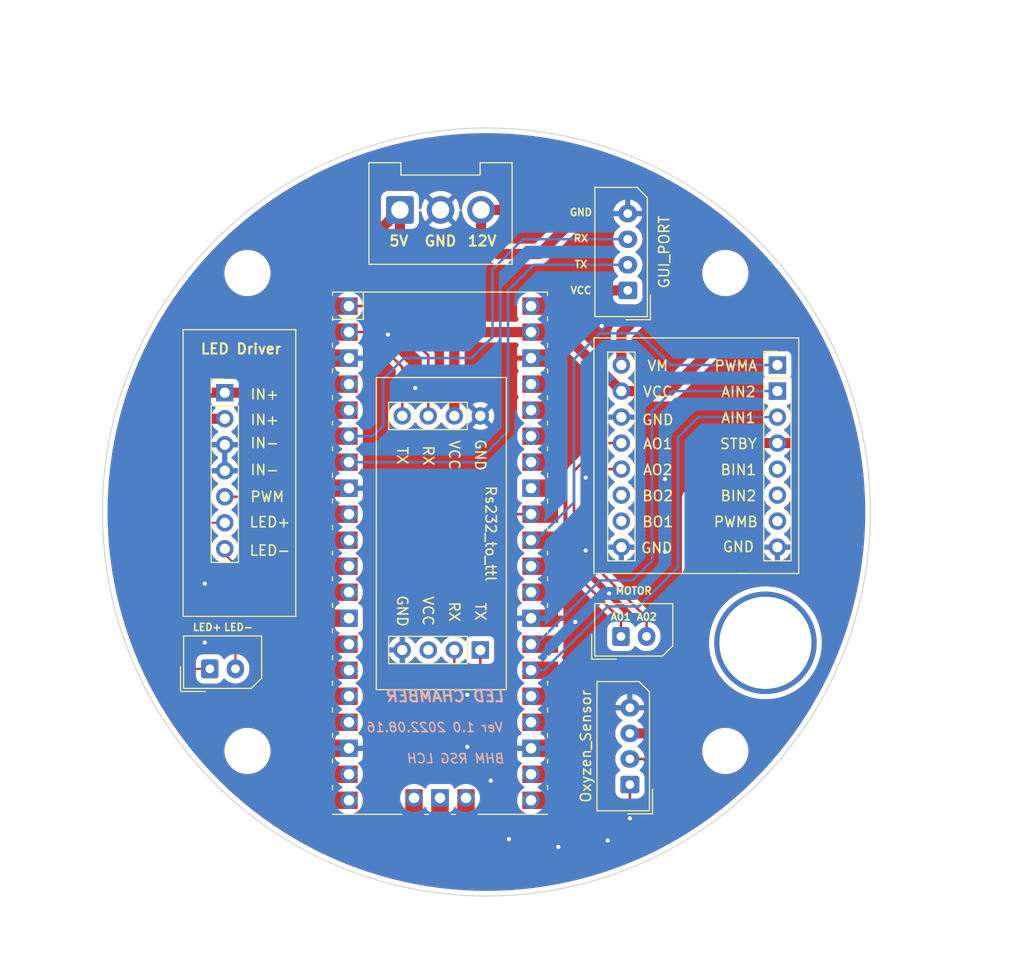
<source format=kicad_pcb>
(kicad_pcb (version 20211014) (generator pcbnew)
  (layers (0 "F.Cu" signal) (31 "B.Cu" signal) (34 "B.Paste" user) (35 "F.Paste" user) (36 "B.SilkS" user "B.Silkscreen") (37 "F.SilkS" user "F.Silkscreen") (38 "B.Mask" user) (39 "F.Mask" user) (44 "Edge.Cuts" user))
  (net 0 "")
  (net 1 "/LED+")
  (net 2 "/LED-")
  (net 3 "+5V")
  (net 4 "GND")
  (net 5 "+12V")
  (net 6 "/G27")
  (net 7 "/G26")
  (net 8 "/G21")
  (net 9 "/G20")
  (net 15 "/AO2")
  (net 16 "/AO1")
  (net 17 "Net-(Oxyzen_Sensor_1-Pad1)")
  (net 18 "Net-(Oxyzen_Sensor_1-Pad2)")
  (net 19 "/G0")
  (net 20 "/G1")
  (net 24 "/G4")
  (net 40 "/G5")
  (footprint "Connector_Molex:Molex_SPOX_5267-02A_1x02_P2.50mm_Vertical" (layer "F.Cu") (at 105.489999 123.316)
    (fp_text reference "J1" hide)
    (fp_text value "LED_01x02")
    (fp_line (start -2.56 -3.21) (end -2.56 1.91) (layer "F.SilkS") (width 0.12))
    (fp_line (start 5.06 0.91) (end 5.06 -3.21) (layer "F.SilkS") (width 0.12))
    (fp_line (start -2.86 2.21) (end -0.45 2.21) (layer "F.SilkS") (width 0.12))
    (fp_line (start 5.06 -3.21) (end -2.56 -3.21) (layer "F.SilkS") (width 0.12))
    (fp_line (start -2.56 1.91) (end 4.06 1.91) (layer "F.SilkS") (width 0.12))
    (fp_line (start -2.86 -0.2) (end -2.86 2.21) (layer "F.SilkS") (width 0.12))
    (fp_line (start 4.06 1.91) (end 5.06 0.91) (layer "F.SilkS") (width 0.12))
    (pad "1" thru_hole roundrect (at 0 0) (size 1.7 1.85) (drill 0.85) (layers *.Cu *.Mask) (roundrect_rratio 0.1470588235) (net 1 "/LED+"))
    (pad "2" thru_hole oval (at 2.5 0) (size 1.7 1.85) (drill 0.85) (layers *.Cu *.Mask) (net 2 "/LED-"))
  )
  (footprint "MCU_RaspberryPi_and_Boards:MountingHole 10mm" (layer "F.Cu") (at 159.75 120.776)
    (fp_text reference "H5" hide)
    (fp_text value "MH 10mm")
    (pad "" np_thru_hole circle (at 0 0) (size 10 10) (drill 9) (layers F&B.Cu *.Mask))
  )
  (footprint "Connector_Molex:Molex_SPOX_5267-02A_1x02_P2.50mm_Vertical" (layer "F.Cu") (at 145.641999 120.156)
    (fp_text reference "J5" hide)
    (fp_text value "PUMP_MOTOR_01x02")
    (fp_line (start 5.06 0.91) (end 5.06 -3.21) (layer "F.SilkS") (width 0.12))
    (fp_line (start 4.06 1.91) (end 5.06 0.91) (layer "F.SilkS") (width 0.12))
    (fp_line (start -2.86 2.21) (end -0.45 2.21) (layer "F.SilkS") (width 0.12))
    (fp_line (start 5.06 -3.21) (end -2.56 -3.21) (layer "F.SilkS") (width 0.12))
    (fp_line (start -2.86 -0.2) (end -2.86 2.21) (layer "F.SilkS") (width 0.12))
    (fp_line (start -2.56 -3.21) (end -2.56 1.91) (layer "F.SilkS") (width 0.12))
    (fp_line (start -2.56 1.91) (end 4.06 1.91) (layer "F.SilkS") (width 0.12))
    (pad "1" thru_hole roundrect (at 0 0) (size 1.7 1.85) (drill 0.85) (layers *.Cu *.Mask) (roundrect_rratio 0.1470588235) (net 16 "/AO1"))
    (pad "2" thru_hole oval (at 2.5 0) (size 1.7 1.85) (drill 0.85) (layers *.Cu *.Mask) (net 15 "/AO2"))
  )
  (footprint "MCU_RaspberryPi_and_Boards:rs232toTTL" (layer "F.Cu") (at 129.365999 110.108 -90)
    (fp_text reference "Rs232_to_ttl" (at 0 -3.556 -90 unlocked) (layer "F.SilkS"))
    (fp_text value "Conn_02x04_Counter_Clockwise")
    (fp_text user "TX" (at -7.62 5.08 -90 unlocked) (layer "F.SilkS"))
    (fp_text user "GND" (at 7.56 5.08 -90 unlocked) (layer "F.SilkS"))
    (fp_text user "RX" (at -7.62 2.54 -90 unlocked) (layer "F.SilkS"))
    (fp_text user "VCC" (at -7.68 0 -90 unlocked) (layer "F.SilkS"))
    (fp_text user "VCC" (at 7.56 2.57 -90 unlocked) (layer "F.SilkS"))
    (fp_text user "GND" (at -7.68 -2.54 -90 unlocked) (layer "F.SilkS"))
    (fp_text user "TX" (at 7.62 -2.54 -90 unlocked) (layer "F.SilkS"))
    (fp_text user "RX" (at 7.62 0 -90 unlocked) (layer "F.SilkS"))
    (fp_line (start -10.16 -1.27) (end -10.16 6.41) (layer "F.SilkS") (width 0.12))
    (fp_line (start -12.82 -1.27) (end -10.16 -1.27) (layer "F.SilkS") (width 0.12))
    (fp_line (start 10.04 -1.27) (end 12.7 -1.27) (layer "F.SilkS") (width 0.12))
    (fp_line (start 10.04 -1.27) (end 10.04 6.41) (layer "F.SilkS") (width 0.12))
    (fp_line (start -12.82 6.41) (end -10.16 6.41) (layer "F.SilkS") (width 0.12))
    (fp_line (start 10.04 6.41) (end 12.7 6.41) (layer "F.SilkS") (width 0.12))
    (fp_line (start 12.7 -1.27) (end 12.7 6.41) (layer "F.SilkS") (width 0.12))
    (fp_line (start -12.82 -1.27) (end -12.82 6.41) (layer "F.SilkS") (width 0.12))
    (fp_rect (start -15.24 -5.08) (end 15.24 7.62) (layer "F.SilkS") (width 0.12) (fill none))
    (pad "1" thru_hole circle (at -11.49 -2.54 270) (size 1.7 1.7) (drill 1) (layers *.Cu *.Mask) (net 4 "GND"))
    (pad "2" thru_hole oval (at -11.49 0 270) (size 1.7 1.7) (drill 1) (layers *.Cu *.Mask) (net 3 "+5V"))
    (pad "3" thru_hole oval (at -11.49 2.54 270) (size 1.7 1.7) (drill 1) (layers *.Cu *.Mask) (net 19 "/G0"))
    (pad "4" thru_hole oval (at -11.49 5.08 270) (size 1.7 1.7) (drill 1) (layers *.Cu *.Mask) (net 20 "/G1"))
    (pad "5" thru_hole oval (at 11.37 5.08 270) (size 1.7 1.7) (drill 1) (layers *.Cu *.Mask) (net 4 "GND"))
    (pad "6" thru_hole oval (at 11.37 2.54 270) (size 1.7 1.7) (drill 1) (layers *.Cu *.Mask))
    (pad "7" thru_hole oval (at 11.37 0 270) (size 1.7 1.7) (drill 1) (layers *.Cu *.Mask) (net 18 "Net-(Oxyzen_Sensor_1-Pad2)"))
    (pad "8" thru_hole rect (at 11.37 -2.54 270) (size 1.7 1.7) (drill 1) (layers *.Cu *.Mask) (net 17 "Net-(Oxyzen_Sensor_1-Pad1)"))
  )
  (footprint "MountingHole:MountingHole_3.5mm" (layer "F.Cu") (at 109.165476 131.334524 45)
    (fp_text reference "H4" hide)
    (fp_text value "MH 2.5mm")
    (pad "" np_thru_hole circle (at 0 0 45) (size 3.5 3.5) (drill 3.5) (layers *.Cu *.Mask))
  )
  (footprint "MCU_RaspberryPi_and_Boards:TB6612FNG" (layer "F.Cu") (at 153.299999 98.3)
    (fp_text reference "J4" hide)
    (fp_text value "Motor_Drive")
    (fp_text user "VCC" (at -4.064 -2.032 unlocked) (layer "F.SilkS"))
    (fp_text user "BIN1" (at 3.81 5.588 unlocked) (layer "F.SilkS"))
    (fp_text user "GND" (at -4.064 0.698 unlocked) (layer "F.SilkS"))
    (fp_text user "VM" (at -4.064 -4.572 unlocked) (layer "F.SilkS"))
    (fp_text user "PWMB" (at 3.556 10.668 unlocked) (layer "F.SilkS"))
    (fp_text user "BO2" (at -4.064 8.128 unlocked) (layer "F.SilkS"))
    (fp_text user "STBY" (at 3.81 3.048 unlocked) (layer "F.SilkS"))
    (fp_text user "PWMA" (at 3.556 -4.572 unlocked) (layer "F.SilkS"))
    (fp_text user "AO2" (at -4.064 5.588 unlocked) (layer "F.SilkS"))
    (fp_text user "AO1" (at -4.064 3.048 unlocked) (layer "F.SilkS"))
    (fp_text user "BO1" (at -4.064 10.668 unlocked) (layer "F.SilkS"))
    (fp_text user "AIN1" (at 3.81 0.508 unlocked) (layer "F.SilkS"))
    (fp_text user "GND" (at 3.81 13.098 unlocked) (layer "F.SilkS"))
    (fp_text user "BIN2" (at 3.81 8.128 unlocked) (layer "F.SilkS"))
    (fp_text user "AIN2" (at 3.81 -2.032 unlocked) (layer "F.SilkS"))
    (fp_text user "GND" (at -4.164 13.208 unlocked) (layer "F.SilkS"))
    (fp_line (start -10.3 -7.3) (end -10.3 15.7) (layer "F.SilkS") (width 0.12))
    (fp_line (start -10.3 -7.3) (end 9.7 -7.3) (layer "F.SilkS") (width 0.12))
    (fp_line (start 6.29 -4.65) (end 6.29 -5.98) (layer "F.SilkS") (width 0.12))
    (fp_line (start -8.95 -5.92) (end -8.95 14.46) (layer "F.SilkS") (width 0.12))
    (fp_line (start -6.29 -5.92) (end -6.29 14.46) (layer "F.SilkS") (width 0.12))
    (fp_line (start -5.5 15.7) (end 4.6 15.7) (layer "F.SilkS") (width 0.12))
    (fp_line (start -8.95 -5.92) (end -6.29 -5.92) (layer "F.SilkS") (width 0.12))
    (fp_line (start 9.7 -7.3) (end 9.7 15.7) (layer "F.SilkS") (width 0.12))
    (fp_line (start -10.3 15.7) (end -4.3 15.7) (layer "F.SilkS") (width 0.12))
    (fp_line (start -8.95 14.46) (end -6.29 14.46) (layer "F.SilkS") (width 0.12))
    (fp_line (start 6.29 14.46) (end 8.95 14.46) (layer "F.SilkS") (width 0.12))
    (fp_line (start 6.29 -5.98) (end 7.62 -5.98) (layer "F.SilkS") (width 0.12))
    (fp_line (start 8.95 -3.38) (end 8.95 14.46) (layer "F.SilkS") (width 0.12))
    (fp_line (start 9.7 15.7) (end 3.7 15.7) (layer "F.SilkS") (width 0.12))
    (fp_line (start 6.29 -3.38) (end 6.29 14.46) (layer "F.SilkS") (width 0.12))
    (fp_line (start 6.29 -3.38) (end 8.95 -3.38) (layer "F.SilkS") (width 0.12))
    (pad "1" thru_hole rect (at 7.62 -4.65) (size 1.7 1.7) (drill 1) (layers *.Cu *.Mask) (net 7 "/G26"))
    (pad "2" thru_hole rect (at 7.62 -2.11) (size 1.7 1.7) (drill 1) (layers *.Cu *.Mask) (net 8 "/G21"))
    (pad "3" thru_hole oval (at 7.62 0.43) (size 1.7 1.7) (drill 1) (layers *.Cu *.Mask) (net 9 "/G20"))
    (pad "4" thru_hole oval (at 7.62 2.97) (size 1.7 1.7) (drill 1) (layers *.Cu *.Mask) (net 3 "+5V"))
    (pad "5" thru_hole oval (at 7.62 5.51) (size 1.7 1.7) (drill 1) (layers *.Cu *.Mask))
    (pad "6" thru_hole oval (at 7.62 8.05) (size 1.7 1.7) (drill 1) (layers *.Cu *.Mask))
    (pad "7" thru_hole oval (at 7.62 10.59) (size 1.7 1.7) (drill 1) (layers *.Cu *.Mask))
    (pad "8" thru_hole oval (at 7.62 13.13) (size 1.7 1.7) (drill 1) (layers *.Cu *.Mask) (net 4 "GND"))
    (pad "9" thru_hole oval (at -7.62 13.13) (size 1.7 1.7) (drill 1) (layers *.Cu *.Mask) (net 4 "GND"))
    (pad "10" thru_hole oval (at -7.62 10.59) (size 1.7 1.7) (drill 1) (layers *.Cu *.Mask))
    (pad "11" thru_hole oval (at -7.62 8.05) (size 1.7 1.7) (drill 1) (layers *.Cu *.Mask))
    (pad "12" thru_hole oval (at -7.62 5.51) (size 1.7 1.7) (drill 1) (layers *.Cu *.Mask) (net 15 "/AO2"))
    (pad "13" thru_hole oval (at -7.62 2.97) (size 1.7 1.7) (drill 1) (layers *.Cu *.Mask) (net 16 "/AO1"))
    (pad "14" thru_hole oval (at -7.62 0.43) (size 1.7 1.7) (drill 1) (layers *.Cu *.Mask) (net 4 "GND"))
    (pad "15" thru_hole oval (at -7.62 -2.11) (size 1.7 1.7) (drill 1) (layers *.Cu *.Mask) (net 3 "+5V"))
    (pad "16" thru_hole circle (at -7.62 -4.65) (size 1.7 1.7) (drill 1) (layers *.Cu *.Mask) (net 5 "+12V"))
  )
  (footprint "Connector_Molex:Molex_SPOX_5267-04A_1x04_P2.50mm_Vertical" (layer "F.Cu") (at 146.304 86.36 90)
    (fp_text reference "J6" hide)
    (fp_text value "GUI_PORT" (at 3.75 3.556 90) (layer "F.SilkS"))
    (fp_line (start -2.56 1.91) (end 9.06 1.91) (layer "F.SilkS") (width 0.12))
    (fp_line (start -2.86 2.21) (end -0.45 2.21) (layer "F.SilkS") (width 0.12))
    (fp_line (start -2.56 -3.21) (end -2.56 1.91) (layer "F.SilkS") (width 0.12))
    (fp_line (start -2.86 -0.2) (end -2.86 2.21) (layer "F.SilkS") (width 0.12))
    (fp_line (start 10.06 -3.21) (end -2.56 -3.21) (layer "F.SilkS") (width 0.12))
    (fp_line (start 10.06 0.91) (end 10.06 -3.21) (layer "F.SilkS") (width 0.12))
    (fp_line (start 9.06 1.91) (end 10.06 0.91) (layer "F.SilkS") (width 0.12))
    (pad "1" thru_hole roundrect (at 0 0 90) (size 1.7 1.85) (drill 0.85) (layers *.Cu *.Mask) (roundrect_rratio 0.1470588235) (net 3 "+5V"))
    (pad "2" thru_hole oval (at 2.5 0 90) (size 1.7 1.85) (drill 0.85) (layers *.Cu *.Mask) (net 40 "/G5"))
    (pad "3" thru_hole oval (at 5 0 90) (size 1.7 1.85) (drill 0.85) (layers *.Cu *.Mask) (net 24 "/G4"))
    (pad "4" thru_hole oval (at 7.5 0 90) (size 1.7 1.85) (drill 0.85) (layers *.Cu *.Mask) (net 4 "GND"))
  )
  (footprint "MountingHole:MountingHole_3.5mm" (layer "F.Cu") (at 109.165477 84.665477 45)
    (fp_text reference "H3" hide)
    (fp_text value "MH 2.5mm")
    (pad "" np_thru_hole circle (at 0 0 45) (size 3.5 3.5) (drill 3.5) (layers *.Cu *.Mask))
  )
  (footprint "Connector_JST:JST_VH_B3P-VH-FB-B_1x03_P3.96mm_Vertical" (layer "F.Cu") (at 124.056 78.500001)
    (fp_text reference "J2" hide)
    (fp_text value "Power_IN")
    (fp_line (start 10.95 -4.61) (end 10.95 5.31) (layer "F.SilkS") (width 0.12))
    (fp_line (start -3.03 5.31) (end -3.03 -4.61) (layer "F.SilkS") (width 0.12))
    (fp_line (start -3.03 -4.61) (end 0.09 -4.61) (layer "F.SilkS") (width 0.12))
    (fp_line (start 7.83 -4.61) (end 10.95 -4.61) (layer "F.SilkS") (width 0.12))
    (fp_line (start 10.95 5.31) (end -3.03 5.31) (layer "F.SilkS") (width 0.12))
    (fp_line (start 7.83 -3.41) (end 7.83 -4.61) (layer "F.SilkS") (width 0.12))
    (fp_line (start 0.09 -4.61) (end 0.09 -3.41) (layer "F.SilkS") (width 0.12))
    (fp_line (start 0.09 -3.41) (end 7.83 -3.41) (layer "F.SilkS") (width 0.12))
    (pad "1" thru_hole roundrect (at 0 0) (size 2.7 2.7) (drill 1.7) (layers *.Cu *.Mask) (roundrect_rratio 0.09259296296) (net 3 "+5V"))
    (pad "2" thru_hole circle (at 3.96 0) (size 2.7 2.7) (drill 1.7) (layers *.Cu *.Mask) (net 4 "GND"))
    (pad "3" thru_hole circle (at 7.92 0) (size 2.7 2.7) (drill 1.7) (layers *.Cu *.Mask) (net 5 "+12V"))
  )
  (footprint "Connector_Molex:Molex_SPOX_5267-04A_1x04_P2.50mm_Vertical" (layer "F.Cu") (at 146.511 134.619 90)
    (fp_text reference "Oxyzen_Sensor" (at 3.75 -4.3 90) (layer "F.SilkS"))
    (fp_text value "Conn_01x04")
    (fp_line (start -2.86 2.21) (end -0.45 2.21) (layer "F.SilkS") (width 0.12))
    (fp_line (start 10.06 0.91) (end 10.06 -3.21) (layer "F.SilkS") (width 0.12))
    (fp_line (start -2.56 -3.21) (end -2.56 1.91) (layer "F.SilkS") (width 0.12))
    (fp_line (start 10.06 -3.21) (end -2.56 -3.21) (layer "F.SilkS") (width 0.12))
    (fp_line (start -2.56 1.91) (end 9.06 1.91) (layer "F.SilkS") (width 0.12))
    (fp_line (start -2.86 -0.2) (end -2.86 2.21) (layer "F.SilkS") (width 0.12))
    (fp_line (start 9.06 1.91) (end 10.06 0.91) (layer "F.SilkS") (width 0.12))
    (pad "1" thru_hole roundrect (at 0 0 90) (size 1.7 1.85) (drill 0.85) (layers *.Cu *.Mask) (roundrect_rratio 0.1470588235) (net 17 "Net-(Oxyzen_Sensor_1-Pad1)"))
    (pad "2" thru_hole oval (at 2.5 0 90) (size 1.7 1.85) (drill 0.85) (layers *.Cu *.Mask) (net 18 "Net-(Oxyzen_Sensor_1-Pad2)"))
    (pad "3" thru_hole oval (at 5 0 90) (size 1.7 1.85) (drill 0.85) (layers *.Cu *.Mask) (net 3 "+5V"))
    (pad "4" thru_hole oval (at 7.5 0 90) (size 1.7 1.85) (drill 0.85) (layers *.Cu *.Mask) (net 4 "GND"))
  )
  (footprint "MCU_RaspberryPi_and_Boards:RPi_Pico_SMD_TH" (layer "F.Cu") (at 127.969 112.022)
    (fp_text reference "U1" hide)
    (fp_text value "Pico")
    (fp_line (start -10.5 -25.5) (end -10.5 -25.2) (layer "F.SilkS") (width 0.12))
    (fp_line (start -10.5 17.6) (end -10.5 18) (layer "F.SilkS") (width 0.12))
    (fp_line (start -10.5 20.1) (end -10.5 20.5) (layer "F.SilkS") (width 0.12))
    (fp_line (start -1.5 25.5) (end -1.1 25.5) (layer "F.SilkS") (width 0.12))
    (fp_line (start 10.5 2.3) (end 10.5 2.7) (layer "F.SilkS") (width 0.12))
    (fp_line (start -10.5 22.7) (end -10.5 23.1) (layer "F.SilkS") (width 0.12))
    (fp_line (start 10.5 20.1) (end 10.5 20.5) (layer "F.SilkS") (width 0.12))
    (fp_line (start -10.5 -7.8) (end -10.5 -7.4) (layer "F.SilkS") (width 0.12))
    (fp_line (start -10.5 7.4) (end -10.5 7.8) (layer "F.SilkS") (width 0.12))
    (fp_line (start 10.5 17.6) (end 10.5 18) (layer "F.SilkS") (width 0.12))
    (fp_line (start 10.5 -25.5) (end 10.5 -25.2) (layer "F.SilkS") (width 0.12))
    (fp_line (start 10.5 4.9) (end 10.5 5.3) (layer "F.SilkS") (width 0.12))
    (fp_line (start -7.493 -22.833) (end -7.493 -25.5) (layer "F.SilkS") (width 0.12))
    (fp_line (start 10.5 15.1) (end 10.5 15.5) (layer "F.SilkS") (width 0.12))
    (fp_line (start -10.5 15.1) (end -10.5 15.5) (layer "F.SilkS") (width 0.12))
    (fp_line (start 10.5 10) (end 10.5 10.4) (layer "F.SilkS") (width 0.12))
    (fp_line (start 10.5 -15.4) (end 10.5 -15) (layer "F.SilkS") (width 0.12))
    (fp_line (start -10.5 -0.2) (end -10.5 0.2) (layer "F.SilkS") (width 0.12))
    (fp_line (start 10.5 12.5) (end 10.5 12.9) (layer "F.SilkS") (width 0.12))
    (fp_line (start -10.5 -15.4) (end -10.5 -15) (layer "F.SilkS") (width 0.12))
    (fp_line (start -10.5 -22.833) (end -7.493 -22.833) (layer "F.SilkS") (width 0.12))
    (fp_line (start 10.5 -20.5) (end 10.5 -20.1) (layer "F.SilkS") (width 0.12))
    (fp_line (start 10.5 25.5) (end 3.7 25.5) (layer "F.SilkS") (width 0.12))
    (fp_line (start -3.7 25.5) (end -10.5 25.5) (layer "F.SilkS") (width 0.12))
    (fp_line (start 10.5 -2.7) (end 10.5 -2.3) (layer "F.SilkS") (width 0.12))
    (fp_line (start -10.5 -12.9) (end -10.5 -12.5) (layer "F.SilkS") (width 0.12))
    (fp_line (start 10.5 7.4) (end 10.5 7.8) (layer "F.SilkS") (width 0.12))
    (fp_line (start 1.1 25.5) (end 1.5 25.5) (layer "F.SilkS") (width 0.12))
    (fp_line (start -10.5 4.9) (end -10.5 5.3) (layer "F.SilkS") (width 0.12))
    (fp_line (start -10.5 -2.7) (end -10.5 -2.3) (layer "F.SilkS") (width 0.12))
    (fp_line (start 10.5 -23.1) (end 10.5 -22.7) (layer "F.SilkS") (width 0.12))
    (fp_line (start -10.5 12.5) (end -10.5 12.9) (layer "F.SilkS") (width 0.12))
    (fp_line (start 10.5 -10.4) (end 10.5 -10) (layer "F.SilkS") (width 0.12))
    (fp_line (start -10.5 -20.5) (end -10.5 -20.1) (layer "F.SilkS") (width 0.12))
    (fp_line (start 10.5 -12.9) (end 10.5 -12.5) (layer "F.SilkS") (width 0.12))
    (fp_line (start -10.5 -18) (end -10.5 -17.6) (layer "F.SilkS") (width 0.12))
    (fp_line (start 10.5 -18) (end 10.5 -17.6) (layer "F.SilkS") (width 0.12))
    (fp_line (start 10.5 -0.2) (end 10.5 0.2) (layer "F.SilkS") (width 0.12))
    (fp_line (start 10.5 22.7) (end 10.5 23.1) (layer "F.SilkS") (width 0.12))
    (fp_line (start -10.5 2.3) (end -10.5 2.7) (layer "F.SilkS") (width 0.12))
    (fp_line (start -10.5 -25.5) (end 10.5 -25.5) (layer "F.SilkS") (width 0.12))
    (fp_line (start -10.5 -23.1) (end -10.5 -22.7) (layer "F.SilkS") (width 0.12))
    (fp_line (start -10.5 -10.4) (end -10.5 -10) (layer "F.SilkS") (width 0.12))
    (fp_line (start -10.5 -5.3) (end -10.5 -4.9) (layer "F.SilkS") (width 0.12))
    (fp_line (start -10.5 10) (end -10.5 10.4) (layer "F.SilkS") (width 0.12))
    (fp_line (start 10.5 -7.8) (end 10.5 -7.4) (layer "F.SilkS") (width 0.12))
    (fp_line (start 10.5 -5.3) (end 10.5 -4.9) (layer "F.SilkS") (width 0.12))
    (pad "1" thru_hole oval (at -8.89 -24.13) (size 1.7 1.7) (drill 1.02) (layers *.Cu *.Mask) (net 19 "/G0"))
    (pad "1" smd rect (at -8.89 -24.13) (size 3.5 1.7) (drill (offset -0.9 0)) (layers "F.Cu" "F.Mask") (net 19 "/G0"))
    (pad "2" smd rect (at -8.89 -21.59) (size 3.5 1.7) (drill (offset -0.9 0)) (layers "F.Cu" "F.Mask") (net 20 "/G1"))
    (pad "2" thru_hole oval (at -8.89 -21.59) (size 1.7 1.7) (drill 1.02) (layers *.Cu *.Mask) (net 20 "/G1"))
    (pad "3" smd rect (at -8.89 -19.05) (size 3.5 1.7) (drill (offset -0.9 0)) (layers "F.Cu" "F.Mask") (net 4 "GND"))
    (pad "3" thru_hole rect (at -8.89 -19.05) (size 1.7 1.7) (drill 1.02) (layers *.Cu *.Mask) (net 4 "GND"))
    (pad "4" thru_hole oval (at -8.89 -16.51) (size 1.7 1.7) (drill 1.02) (layers *.Cu *.Mask))
    (pad "4" smd rect (at -8.89 -16.51) (size 3.5 1.7) (drill (offset -0.9 0)) (layers "F.Cu" "F.Mask"))
    (pad "5" smd rect (at -8.89 -13.97) (size 3.5 1.7) (drill (offset -0.9 0)) (layers "F.Cu" "F.Mask"))
    (pad "5" thru_hole oval (at -8.89 -13.97) (size 1.7 1.7) (drill 1.02) (layers *.Cu *.Mask))
    (pad "6" thru_hole oval (at -8.89 -11.43) (size 1.7 1.7) (drill 1.02) (layers *.Cu *.Mask) (net 24 "/G4"))
    (pad "6" smd rect (at -8.89 -11.43) (size 3.5 1.7) (drill (offset -0.9 0)) (layers "F.Cu" "F.Mask") (net 24 "/G4"))
    (pad "7" thru_hole oval (at -8.89 -8.89) (size 1.7 1.7) (drill 1.02) (layers *.Cu *.Mask) (net 40 "/G5"))
    (pad "7" smd rect (at -8.89 -8.89) (size 3.5 1.7) (drill (offset -0.9 0)) (layers "F.Cu" "F.Mask") (net 40 "/G5"))
    (pad "8" thru_hole rect (at -8.89 -6.35) (size 1.7 1.7) (drill 1.02) (layers *.Cu *.Mask) (net 4 "GND"))
    (pad "8" smd rect (at -8.89 -6.35) (size 3.5 1.7) (drill (offset -0.9 0)) (layers "F.Cu" "F.Mask") (net 4 "GND"))
    (pad "9" thru_hole oval (at -8.89 -3.81) (size 1.7 1.7) (drill 1.02) (layers *.Cu *.Mask))
    (pad "9" smd rect (at -8.89 -3.81) (size 3.5 1.7) (drill (offset -0.9 0)) (layers "F.Cu" "F.Mask"))
    (pad "10" thru_hole oval (at -8.89 -1.27) (size 1.7 1.7) (drill 1.02) (layers *.Cu *.Mask))
    (pad "10" smd rect (at -8.89 -1.27) (size 3.5 1.7) (drill (offset -0.9 0)) (layers "F.Cu" "F.Mask"))
    (pad "11" smd rect (at -8.89 1.27) (size 3.5 1.7) (drill (offset -0.9 0)) (layers "F.Cu" "F.Mask"))
    (pad "11" thru_hole oval (at -8.89 1.27) (size 1.7 1.7) (drill 1.02) (layers *.Cu *.Mask))
    (pad "12" thru_hole oval (at -8.89 3.81) (size 1.7 1.7) (drill 1.02) (layers *.Cu *.Mask))
    (pad "12" smd rect (at -8.89 3.81) (size 3.5 1.7) (drill (offset -0.9 0)) (layers "F.Cu" "F.Mask"))
    (pad "13" smd rect (at -8.89 6.35) (size 3.5 1.7) (drill (offset -0.9 0)) (layers "F.Cu" "F.Mask"))
    (pad "13" thru_hole rect (at -8.89 6.35) (size 1.7 1.7) (drill 1.02) (layers *.Cu *.Mask))
    (pad "14" smd rect (at -8.89 8.89) (size 3.5 1.7) (drill (offset -0.9 0)) (layers "F.Cu" "F.Mask"))
    (pad "14" thru_hole oval (at -8.89 8.89) (size 1.7 1.7) (drill 1.02) (layers *.Cu *.Mask))
    (pad "15" smd rect (at -8.89 11.43) (size 3.5 1.7) (drill (offset -0.9 0)) (layers "F.Cu" "F.Mask"))
    (pad "15" thru_hole oval (at -8.89 11.43) (size 1.7 1.7) (drill 1.02) (layers *.Cu *.Mask))
    (pad "16" smd rect (at -8.89 13.97) (size 3.5 1.7) (drill (offset -0.9 0)) (layers "F.Cu" "F.Mask"))
    (pad "16" thru_hole oval (at -8.89 13.97) (size 1.7 1.7) (drill 1.02) (layers *.Cu *.Mask))
    (pad "17" smd rect (at -8.89 16.51) (size 3.5 1.7) (drill (offset -0.9 0)) (layers "F.Cu" "F.Mask"))
    (pad "17" thru_hole oval (at -8.89 16.51) (size 1.7 1.7) (drill 1.02) (layers *.Cu *.Mask))
    (pad "18" thru_hole rect (at -8.89 19.05) (size 1.7 1.7) (drill 1.02) (layers *.Cu *.Mask) (net 4 "GND"))
    (pad "18" smd rect (at -8.89 19.05) (size 3.5 1.7) (drill (offset -0.9 0)) (layers "F.Cu" "F.Mask") (net 4 "GND"))
    (pad "19" smd rect (at -8.89 21.59) (size 3.5 1.7) (drill (offset -0.9 0)) (layers "F.Cu" "F.Mask"))
    (pad "19" thru_hole oval (at -8.89 21.59) (size 1.7 1.7) (drill 1.02) (layers *.Cu *.Mask))
    (pad "20" smd rect (at -8.89 24.13) (size 3.5 1.7) (drill (offset -0.9 0)) (layers "F.Cu" "F.Mask"))
    (pad "20" thru_hole oval (at -8.89 24.13) (size 1.7 1.7) (drill 1.02) (layers *.Cu *.Mask))
    (pad "21" thru_hole oval (at 8.89 24.13) (size 1.7 1.7) (drill 1.02) (layers *.Cu *.Mask))
    (pad "21" smd rect (at 8.89 24.13) (size 3.5 1.7) (drill (offset 0.9 0)) (layers "F.Cu" "F.Mask"))
    (pad "22" smd rect (at 8.89 21.59) (size 3.5 1.7) (drill (offset 0.9 0)) (layers "F.Cu" "F.Mask"))
    (pad "22" thru_hole oval (at 8.89 21.59) (size 1.7 1.7) (drill 1.02) (layers *.Cu *.Mask))
    (pad "23" smd rect (at 8.89 19.05) (size 3.5 1.7) (drill (offset 0.9 0)) (layers "F.Cu" "F.Mask") (net 4 "GND"))
    (pad "23" thru_hole rect (at 8.89 19.05) (size 1.7 1.7) (drill 1.02) (layers *.Cu *.Mask) (net 4 "GND"))
    (pad "24" thru_hole oval (at 8.89 16.51) (size 1.7 1.7) (drill 1.02) (layers *.Cu *.Mask))
    (pad "24" smd rect (at 8.89 16.51) (size 3.5 1.7) (drill (offset 0.9 0)) (layers "F.Cu" "F.Mask"))
    (pad "25" smd rect (at 8.89 13.97) (size 3.5 1.7) (drill (offset 0.9 0)) (layers "F.Cu" "F.Mask"))
    (pad "25" thru_hole oval (at 8.89 13.97) (size 1.7 1.7) (drill 1.02) (layers *.Cu *.Mask))
    (pad "26" smd rect (at 8.89 11.43) (size 3.5 1.7) (drill (offset 0.9 0)) (layers "F.Cu" "F.Mask") (net 9 "/G20"))
    (pad "26" thru_hole oval (at 8.89 11.43) (size 1.7 1.7) (drill 1.02) (layers *.Cu *.Mask) (net 9 "/G20"))
    (pad "27" thru_hole oval (at 8.89 8.89) (size 1.7 1.7) (drill 1.02) (layers *.Cu *.Mask) (net 8 "/G21"))
    (pad "27" smd rect (at 8.89 8.89) (size 3.5 1.7) (drill (offset 0.9 0)) (layers "F.Cu" "F.Mask") (net 8 "/G21"))
    (pad "28" smd rect (at 8.89 6.35) (size 3.5 1.7) (drill (offset 0.9 0)) (layers "F.Cu" "F.Mask") (net 4 "GND"))
    (pad "28" thru_hole rect (at 8.89 6.35) (size 1.7 1.7) (drill 1.02) (layers *.Cu *.Mask) (net 4 "GND"))
    (pad "29" smd rect (at 8.89 3.81) (size 3.5 1.7) (drill (offset 0.9 0)) (layers "F.Cu" "F.Mask"))
    (pad "29" thru_hole oval (at 8.89 3.81) (size 1.7 1.7) (drill 1.02) (layers *.Cu *.Mask))
    (pad "30" thru_hole oval (at 8.89 1.27) (size 1.7 1.7) (drill 1.02) (layers *.Cu *.Mask))
    (pad "30" smd rect (at 8.89 1.27) (size 3.5 1.7) (drill (offset 0.9 0)) (layers "F.Cu" "F.Mask"))
    (pad "31" thru_hole oval (at 8.89 -1.27) (size 1.7 1.7) (drill 1.02) (layers *.Cu *.Mask) (net 7 "/G26"))
    (pad "31" smd rect (at 8.89 -1.27) (size 3.5 1.7) (drill (offset 0.9 0)) (layers "F.Cu" "F.Mask") (net 7 "/G26"))
    (pad "32" smd rect (at 8.89 -3.81) (size 3.5 1.7) (drill (offset 0.9 0)) (layers "F.Cu" "F.Mask") (net 6 "/G27"))
    (pad "32" thru_hole oval (at 8.89 -3.81) (size 1.7 1.7) (drill 1.02) (layers *.Cu *.Mask) (net 6 "/G27"))
    (pad "33" smd rect (at 8.89 -6.35) (size 3.5 1.7) (drill (offset 0.9 0)) (layers "F.Cu" "F.Mask"))
    (pad "33" thru_hole rect (at 8.89 -6.35) (size 1.7 1.7) (drill 1.02) (layers *.Cu *.Mask))
    (pad "34" smd rect (at 8.89 -8.89) (size 3.5 1.7) (drill (offset 0.9 0)) (layers "F.Cu" "F.Mask"))
    (pad "34" thru_hole oval (at 8.89 -8.89) (size 1.7 1.7) (drill 1.02) (layers *.Cu *.Mask))
    (pad "35" thru_hole oval (at 8.89 -11.43) (size 1.7 1.7) (drill 1.02) (layers *.Cu *.Mask))
    (pad "35" smd rect (at 8.89 -11.43) (size 3.5 1.7) (drill (offset 0.9 0)) (layers "F.Cu" "F.Mask"))
    (pad "36" smd rect (at 8.89 -13.97) (size 3.5 1.7) (drill (offset 0.9 0)) (layers "F.Cu" "F.Mask"))
    (pad "36" thru_hole oval (at 8.89 -13.97) (size 1.7 1.7) (drill 1.02) (layers *.Cu *.Mask))
    (pad "37" thru_hole oval (at 8.89 -16.51) (size 1.7 1.7) (drill 1.02) (layers *.Cu *.Mask))
    (pad "37" smd rect (at 8.89 -16.51) (size 3.5 1.7) (drill (offset 0.9 0)) (layers "F.Cu" "F.Mask"))
    (pad "38" smd rect (at 8.89 -19.05) (size 3.5 1.7) (drill (offset 0.9 0)) (layers "F.Cu" "F.Mask") (net 4 "GND"))
    (pad "38" thru_hole rect (at 8.89 -19.05) (size 1.7 1.7) (drill 1.02) (layers *.Cu *.Mask) (net 4 "GND"))
    (pad "39" thru_hole oval (at 8.89 -21.59) (size 1.7 1.7) (drill 1.02) (layers *.Cu *.Mask) (net 3 "+5V"))
    (pad "39" smd rect (at 8.89 -21.59) (size 3.5 1.7) (drill (offset 0.9 0)) (layers "F.Cu" "F.Mask") (net 3 "+5V"))
    (pad "40" thru_hole oval (at 8.89 -24.13) (size 1.7 1.7) (drill 1.02) (layers *.Cu *.Mask))
    (pad "40" smd rect (at 8.89 -24.13) (size 3.5 1.7) (drill (offset 0.9 0)) (layers "F.Cu" "F.Mask"))
    (pad "41" thru_hole oval (at -2.54 23.9) (size 1.7 1.7) (drill 1.02) (layers *.Cu *.Mask))
    (pad "41" smd rect (at -2.54 23.9 90) (size 3.5 1.7) (drill (offset -0.9 0)) (layers "F.Cu" "F.Mask"))
    (pad "42" thru_hole rect (at 0 23.9) (size 1.7 1.7) (drill 1.02) (layers *.Cu *.Mask))
    (pad "42" smd rect (at 0 23.9 90) (size 3.5 1.7) (drill (offset -0.9 0)) (layers "F.Cu" "F.Mask"))
    (pad "43" smd rect (at 2.54 23.9 90) (size 3.5 1.7) (drill (offset -0.9 0)) (layers "F.Cu" "F.Mask"))
    (pad "43" thru_hole oval (at 2.54 23.9) (size 1.7 1.7) (drill 1.02) (layers *.Cu *.Mask))
  )
  (footprint "MountingHole:MountingHole_3.5mm" (layer "F.Cu") (at 155.834523 131.334524 45)
    (fp_text reference "H2" hide)
    (fp_text value "MH 2.5mm")
    (pad "" np_thru_hole circle (at 0 0 45) (size 3.5 3.5) (drill 3.5) (layers *.Cu *.Mask))
  )
  (footprint "MountingHole:MountingHole_3.5mm" (layer "F.Cu") (at 155.834523 84.665477 45)
    (fp_text reference "H1" hide)
    (fp_text value "MH 2.5mm")
    (pad "" np_thru_hole circle (at 0 0 45) (size 3.5 3.5) (drill 3.5) (layers F&B.Cu *.Mask))
  )
  (footprint "MCU_RaspberryPi_and_Boards:JZ led driver" (layer "F.Cu") (at 107.952 104.012)
    (fp_text reference "J3" hide)
    (fp_text value "LED_DRIVER")
    (fp_text user "IN-" (at 2.9 -0.12 unlocked) (layer "F.SilkS"))
    (fp_text user "IN+" (at 2.9 -7.5 unlocked) (layer "F.SilkS"))
    (fp_text user "IN+" (at 2.9 -5 unlocked) (layer "F.SilkS"))
    (fp_text user "LED-" (at 3.4 7.75 unlocked) (layer "F.SilkS"))
    (fp_text user "IN-" (at 2.9 -2.75 unlocked) (layer "F.SilkS"))
    (fp_text user "PWM" (at 3.15 2.5 unlocked) (layer "F.SilkS"))
    (fp_text user "LED+" (at 3.4 4.98 unlocked) (layer "F.SilkS"))
    (fp_line (start -2.33 -6.39) (end 0.33 -6.39) (layer "F.SilkS") (width 0.12))
    (fp_line (start -2.33 -8.99) (end -1 -8.99) (layer "F.SilkS") (width 0.12))
    (fp_line (start -5.07 14.18) (end 5.93 14.18) (layer "F.SilkS") (width 0.12))
    (fp_line (start -2.33 -6.39) (end -2.33 8.91) (layer "F.SilkS") (width 0.12))
    (fp_line (start -5.07 -13.82) (end -5.07 14.18) (layer "F.SilkS") (width 0.12))
    (fp_line (start 0.33 -6.39) (end 0.33 8.91) (layer "F.SilkS") (width 0.12))
    (fp_line (start 5.93 14.18) (end 5.93 -13.82) (layer "F.SilkS") (width 0.12))
    (fp_line (start -5.07 -13.82) (end 5.93 -13.82) (layer "F.SilkS") (width 0.12))
    (fp_line (start -2.33 -7.66) (end -2.33 -8.99) (layer "F.SilkS") (width 0.12))
    (fp_line (start -2.33 8.91) (end 0.33 8.91) (layer "F.SilkS") (width 0.12))
    (pad "1" thru_hole rect (at -1 -7.66) (size 1.7 1.7) (drill 1) (layers *.Cu *.Mask) (net 5 "+12V"))
    (pad "2" thru_hole oval (at -1 -5.12) (size 1.7 1.7) (drill 1) (layers *.Cu *.Mask) (net 5 "+12V"))
    (pad "3" thru_hole oval (at -1 -2.58) (size 1.7 1.7) (drill 1) (layers *.Cu *.Mask) (net 4 "GND"))
    (pad "4" thru_hole oval (at -1 -0.04) (size 1.7 1.7) (drill 1) (layers *.Cu *.Mask) (net 4 "GND"))
    (pad "5" thru_hole oval (at -1 2.5) (size 1.7 1.7) (drill 1) (layers *.Cu *.Mask) (net 6 "/G27"))
    (pad "6" thru_hole oval (at -1 5.04) (size 1.7 1.7) (drill 1) (layers *.Cu *.Mask) (net 1 "/LED+"))
    (pad "7" thru_hole oval (at -1 7.58) (size 1.7 1.7) (drill 1) (layers *.Cu *.Mask) (net 2 "/LED-"))
  )
  (gr_circle (center 132.5 108.000001) (end 159.016504 81.483496) (layer "Edge.Cuts") (width 0.1) (fill none))
  (gr_text "Ver 1.0 2022.08.16" (at 127.508 129.032) (layer "B.SilkS") (effects (font (size 0.9 0.9) (thickness 0.15) italic) (justify mirror)))
  (gr_text "LED CHAMBER" (at 128.524 125.984) (layer "B.SilkS") (effects (font (size 1.1 1.1) (thickness 0.22) italic) (justify mirror)))
  (gr_text "BHM RSG LCH" (at 129.54 132.08) (layer "B.SilkS") (effects (font (size 0.9 0.9) (thickness 0.15) italic) (justify mirror)))
  (gr_text "TX" (at 141.732 83.82) (layer "F.SilkS") (effects (font (size 0.7 0.7))))
  (gr_text "A01" (at 145.621998 118.236) (layer "F.SilkS") (effects (font (size 0.7 0.7))))
  (gr_text "5V" (at 123.952 81.533001) (layer "F.SilkS") (effects (font (size 1 1) (thickness 0.2))))
  (gr_text "VCC" (at 141.732 86.36) (layer "F.SilkS") (effects (font (size 0.7 0.7))))
  (gr_text "12V" (at 132.08 81.533) (layer "F.SilkS") (effects (font (size 1 1) (thickness 0.2))))
  (gr_text "A02" (at 148.161999 118.236) (layer "F.SilkS") (effects (font (size 0.7 0.7))))
  (gr_text "MOTOR" (at 146.892001 115.696002) (layer "F.SilkS") (effects (font (size 0.7 0.7))))
  (gr_text "GND" (at 141.732 78.74) (layer "F.SilkS") (effects (font (size 0.7 0.7))))
  (gr_text "LED+" (at 105.235998 119.252001) (layer "F.SilkS") (effects (font (size 0.7 0.7))))
  (gr_text "GND" (at 128.016 81.533) (layer "F.SilkS") (effects (font (size 1 1) (thickness 0.2))))
  (gr_text "LED-" (at 108.284 119.252) (layer "F.SilkS") (effects (font (size 0.7 0.7))))
  (gr_text "LED Driver" (at 108.538 92.074) (layer "F.SilkS") (effects (font (size 1 1) (thickness 0.2))))
  (gr_text "RX" (at 141.732 81.28) (layer "F.SilkS") (effects (font (size 0.7 0.7))))
  (segment (start 102.25 110.677) (end 103.875 109.052) (width 0.2) (layer "F.Cu") (net 1))
  (segment (start 103.875 109.052) (end 106.952 109.052) (width 0.2) (layer "F.Cu") (net 1))
  (segment (start 105.489999 123.316) (end 103.566 123.316) (width 0.2) (layer "F.Cu") (net 1))
  (segment (start 102.25 122) (end 102.25 110.677) (width 0.2) (layer "F.Cu") (net 1))
  (segment (start 103.566 123.316) (end 102.25 122) (width 0.2) (layer "F.Cu") (net 1))
  (segment (start 106.432 111.592) (end 107.989999 113.149999) (width 0.2) (layer "F.Cu") (net 2))
  (segment (start 107.989999 113.149999) (end 107.989999 123.316) (width 0.2) (layer "F.Cu") (net 2))
  (segment (start 150.395999 96.19) (end 155.654999 90.931001) (width 1) (layer "F.Cu") (net 3))
  (segment (start 162.131999 90.931) (end 164.163999 92.963) (width 1) (layer "F.Cu") (net 3))
  (segment (start 121.412 83.82) (end 121.412 81.144001) (width 1) (layer "F.Cu") (net 3))
  (segment (start 129.366 98.618001) (end 129.366 91.774) (width 1) (layer "F.Cu") (net 3))
  (segment (start 158.015998 101.270001) (end 152.607 106.679001) (width 1) (layer "F.Cu") (net 3))
  (segment (start 164.164 99.567) (end 162.461 101.27) (width 1) (layer "F.Cu") (net 3))
  (segment (start 132.088 90.432) (end 136.859 90.432) (width 1) (layer "F.Cu") (net 3))
  (segment (start 149.097999 129.619) (end 146.511 129.619) (width 1) (layer "F.Cu") (net 3))
  (segment (start 139.922 90.432001) (end 145.679999 96.19) (width 1) (layer "F.Cu") (net 3))
  (segment (start 164.163999 92.963) (end 164.164 99.567) (width 1) (layer "F.Cu") (net 3))
  (segment (start 124.056 82.4) (end 132.088 90.432) (width 1) (layer "F.Cu") (net 3))
  (segment (start 124.056 78.500001) (end 124.056 82.4) (width 1) (layer "F.Cu") (net 3))
  (segment (start 152.607 106.679001) (end 152.606999 126.110001) (width 1) (layer "F.Cu") (net 3))
  (segment (start 162.461 101.27) (end 160.919999 101.27) (width 1) (layer "F.Cu") (net 3))
  (segment (start 145.679999 96.19) (end 150.395999 96.19) (width 1) (layer "F.Cu") (net 3))
  (segment (start 121.412 81.144001) (end 124.056 78.500001) (width 1) (layer "F.Cu") (net 3))
  (segment (start 160.919999 101.27) (end 158.015998 101.270001) (width 1) (layer "F.Cu") (net 3))
  (segment (start 139.184 90.432) (end 143.256 86.36) (width 1) (layer "F.Cu") (net 3))
  (segment (start 143.256 86.36) (end 146.304 86.36) (width 1) (layer "F.Cu") (net 3))
  (segment (start 155.654999 90.931001) (end 162.131999 90.931) (width 1) (layer "F.Cu") (net 3))
  (segment (start 136.859 90.432) (end 139.184 90.432) (width 1) (layer "F.Cu") (net 3))
  (segment (start 152.606999 126.110001) (end 149.097999 129.619) (width 1) (layer "F.Cu") (net 3))
  (segment (start 136.858999 90.432001) (end 139.922 90.432001) (width 1) (layer "F.Cu") (net 3))
  (segment (start 129.366 91.774) (end 121.412 83.82) (width 1) (layer "F.Cu") (net 3))
  (via (at 142.193 104.647001) (size 0.8) (drill 0.4) (layers "F.Cu" "B.Cu") (net 4))
  (via (at 132.921999 134.238001) (size 0.8) (drill 0.4) (layers "F.Cu" "B.Cu") (net 4))
  (via (at 130.635999 130.936) (size 0.8) (drill 0.4) (layers "F.Cu" "B.Cu") (net 4))
  (via (at 144.352 140.08) (size 0.8) (drill 0.4) (layers "F.Cu" "B.Cu") (net 4))
  (via (at 139.526001 140.715001) (size 0.8) (drill 0.4) (layers "F.Cu" "B.Cu") (net 4))
  (via (at 105 120.75) (size 0.8) (drill 0.4) (layers "F.Cu" "B.Cu") (net 4))
  (via (at 149.939999 111.886) (size 0.8) (drill 0.4) (layers "F.Cu" "B.Cu") (net 4))
  (via (at 146.510998 137.921001) (size 0.8) (drill 0.4) (layers "F.Cu" "B.Cu") (net 4))
  (via (at 125.555999 95.884001) (size 0.8) (drill 0.4) (layers "F.Cu" "B.Cu") (net 4))
  (via (at 105 115) (size 0.8) (drill 0.4) (layers "F.Cu" "B.Cu") (net 4))
  (via (at 122.888999 90.677001) (size 0.8) (drill 0.4) (layers "F.Cu" "B.Cu") (net 4))
  (via (at 143.764 89.8255) (size 0.8) (drill 0.4) (layers "F.Cu" "B.Cu") (net 4))
  (via (at 142.192999 111.759) (size 0.8) (drill 0.4) (layers "F.Cu" "B.Cu") (net 4))
  (via (at 130.635999 125.856001) (size 0.8) (drill 0.4) (layers "F.Cu" "B.Cu") (net 4))
  (via (at 134.7 139.953) (size 0.8) (drill 0.4) (layers "F.Cu" "B.Cu") (net 4))
  (via (at 149.94 104.774) (size 0.8) (drill 0.4) (layers "F.Cu" "B.Cu") (net 4))
  (via (at 141.176999 118.744001) (size 0.8) (drill 0.4) (layers "F.Cu" "B.Cu") (net 4))
  (via (at 144.478998 115.950001) (size 0.8) (drill 0.4) (layers "F.Cu" "B.Cu") (net 4))
  (segment (start 131.976 78.500001) (end 131.976 81.176) (width 1) (layer "F.Cu") (net 5))
  (segment (start 135.523001 77.328999) (end 134.351999 78.500001) (width 1) (layer "F.Cu") (net 5))
  (segment (start 101 98) (end 101 97) (width 1) (layer "F.Cu") (net 5))
  (segment (start 149.86 86.36) (end 145.679999 90.540001) (width 1) (layer "F.Cu") (net 5))
  (segment (start 110.648 96.352) (end 114.379999 92.620001) (width 1) (layer "F.Cu") (net 5))
  (segment (start 122.380999 74.167001) (end 134.319 74.167001) (width 1) (layer "F.Cu") (net 5))
  (segment (start 134.351999 78.500001) (end 131.976 78.500001) (width 1) (layer "F.Cu") (net 5))
  (segment (start 148.811029 76.675029) (end 149.86 77.724) (width 1) (layer "F.Cu") (net 5))
  (segment (start 114.379999 92.620001) (end 114.379999 82.168001) (width 1) (layer "F.Cu") (net 5))
  (segment (start 143.796971 76.675029) (end 148.811029 76.675029) (width 1) (layer "F.Cu") (net 5))
  (segment (start 137.668 82.804) (end 143.796971 76.675029) (width 1) (layer "F.Cu") (net 5))
  (segment (start 133.604 82.804) (end 137.668 82.804) (width 1) (layer "F.Cu") (net 5))
  (segment (start 135.523001 75.371001) (end 135.523001 77.328999) (width 1) (layer "F.Cu") (net 5))
  (segment (start 101.648 96.352) (end 110.648 96.352) (width 1) (layer "F.Cu") (net 5))
  (segment (start 106.432 98.892) (end 101.892 98.892) (width 1) (layer "F.Cu") (net 5))
  (segment (start 101.892 98.892) (end 101 98) (width 1) (layer "F.Cu") (net 5))
  (segment (start 149.86 77.724) (end 149.86 86.36) (width 1) (layer "F.Cu") (net 5))
  (segment (start 131.976 81.176) (end 133.604 82.804) (width 1) (layer "F.Cu") (net 5))
  (segment (start 145.679999 90.540001) (end 145.679999 93.65) (width 1) (layer "F.Cu") (net 5))
  (segment (start 101 97) (end 101.648 96.352) (width 1) (layer "F.Cu") (net 5))
  (segment (start 114.379999 82.168001) (end 122.380999 74.167001) (width 1) (layer "F.Cu") (net 5))
  (segment (start 134.319 74.167001) (end 135.523001 75.371001) (width 1) (layer "F.Cu") (net 5))
  (segment (start 131.007999 108.212) (end 136.858999 108.212) (width 0.25) (layer "F.Cu") (net 6))
  (segment (start 119.46 140.08) (end 121.999999 137.540001) (width 0.25) (layer "F.Cu") (net 6))
  (segment (start 121.999999 137.540001) (end 121.999999 117.22) (width 0.25) (layer "F.Cu") (net 6))
  (segment (start 121.999999 117.22) (end 131.007999 108.212) (width 0.25) (layer "F.Cu") (net 6))
  (segment (start 114.379999 137.54) (end 116.92 140.08) (width 0.25) (layer "F.Cu") (net 6))
  (segment (start 106.432 106.512) (end 109.738 106.512) (width 0.25) (layer "F.Cu") (net 6))
  (segment (start 114.379999 137.54) (end 114.379999 111.129999) (width 0.25) (layer "F.Cu") (net 6))
  (segment (start 109.75 106.5) (end 109.738 106.512) (width 0.25) (layer "F.Cu") (net 6))
  (segment (start 116.92 140.08) (end 119.46 140.08) (width 0.25) (layer "F.Cu") (net 6))
  (segment (start 114.379999 111.129999) (end 109.75 106.5) (width 0.25) (layer "F.Cu") (net 6))
  (segment (start 137.358 110.752) (end 136.858999 110.752) (width 0.25) (layer "B.Cu") (net 7))
  (segment (start 147.399999 90.550001) (end 143.59 90.55) (width 0.25) (layer "B.Cu") (net 7))
  (segment (start 150.499999 93.650001) (end 147.399999 90.550001) (width 0.25) (layer "B.Cu") (net 7))
  (segment (start 143.59 90.55) (end 141.049999 93.09) (width 0.25) (layer "B.Cu") (net 7))
  (segment (start 160.919999 93.65) (end 150.499999 93.650001) (width 0.25) (layer "B.Cu") (net 7))
  (segment (start 141.049999 107.060001) (end 137.358 110.752) (width 0.25) (layer "B.Cu") (net 7))
  (segment (start 141.049999 93.09) (end 141.049999 107.060001) (width 0.25) (layer "B.Cu") (net 7))
  (segment (start 137.358 120.912001) (end 143.59 114.680001) (width 0.25) (layer "B.Cu") (net 8))
  (segment (start 146.765 114.680001) (end 148.67 112.775) (width 0.25) (layer "B.Cu") (net 8))
  (segment (start 148.669999 98.170001) (end 150.649998 96.190001) (width 0.25) (layer "B.Cu") (net 8))
  (segment (start 143.59 114.680001) (end 146.765 114.680001) (width 0.25) (layer "B.Cu") (net 8))
  (segment (start 150.649998 96.190001) (end 160.92 96.19) (width 0.25) (layer "B.Cu") (net 8))
  (segment (start 148.67 112.775) (end 148.669999 98.170001) (width 0.25) (layer "B.Cu") (net 8))
  (segment (start 136.858999 120.912) (end 137.358 120.912001) (width 0.25) (layer "B.Cu") (net 8))
  (segment (start 151.209999 100.71) (end 151.209999 113.410001) (width 0.25) (layer "B.Cu") (net 9))
  (segment (start 147.399999 117.22) (end 144.352 117.22) (width 0.25) (layer "B.Cu") (net 9))
  (segment (start 153.189999 98.73) (end 151.209999 100.71) (width 0.25) (layer "B.Cu") (net 9))
  (segment (start 138.119998 123.452001) (end 136.858999 123.452) (width 0.25) (layer "B.Cu") (net 9))
  (segment (start 144.352 117.22) (end 138.119998 123.452001) (width 0.25) (layer "B.Cu") (net 9))
  (segment (start 160.92 98.73) (end 153.189999 98.73) (width 0.25) (layer "B.Cu") (net 9))
  (segment (start 151.209999 113.410001) (end 147.399999 117.22) (width 0.25) (layer "B.Cu") (net 9))
  (segment (start 148.142 118.343) (end 148.141999 120.156) (width 0.25) (layer "F.Cu") (net 15))
  (segment (start 145.679999 103.81) (end 144.173 103.809999) (width 0.25) (layer "F.Cu") (net 15))
  (segment (start 144.173 103.809999) (end 143.209 104.774) (width 0.25) (layer "F.Cu") (net 15))
  (segment (start 143.208999 113.41) (end 148.142 118.343) (width 0.25) (layer "F.Cu") (net 15))
  (segment (start 143.209 104.774) (end 143.208999 113.41) (width 0.25) (layer "F.Cu") (net 15))
  (segment (start 141.049999 113.918) (end 145.642001 118.510002) (width 0.25) (layer "F.Cu") (net 16))
  (segment (start 145.642001 118.510002) (end 145.641999 120.156) (width 0.25) (layer "F.Cu") (net 16))
  (segment (start 143.791999 101.27) (end 141.049999 104.012) (width 0.25) (layer "F.Cu") (net 16))
  (segment (start 141.049999 104.012) (end 141.049999 113.918) (width 0.25) (layer "F.Cu") (net 16))
  (segment (start 145.68 101.27) (end 143.791999 101.27) (width 0.25) (layer "F.Cu") (net 16))
  (segment (start 146.510999 136.397) (end 146.511 134.619) (width 0.25) (layer "F.Cu") (net 17))
  (segment (start 134.572999 138.302) (end 135.245 138.974) (width 0.25) (layer "F.Cu") (net 17))
  (segment (start 131.905999 121.478001) (end 131.906 131.698001) (width 0.25) (layer "F.Cu") (net 17))
  (segment (start 143.208999 139.699) (end 146.510999 136.397) (width 0.25) (layer "F.Cu") (net 17))
  (segment (start 135.678999 139.408) (end 135.969999 139.699) (width 0.25) (layer "F.Cu") (net 17))
  (segment (start 131.906 131.698001) (end 134.573001 134.365002) (width 0.25) (layer "F.Cu") (net 17))
  (segment (start 135.254304 138.974) (end 135.678999 139.398696) (width 0.25) (layer "F.Cu") (net 17))
  (segment (start 135.969999 139.699) (end 143.208999 139.699) (width 0.25) (layer "F.Cu") (net 17))
  (segment (start 135.245 138.974) (end 135.254304 138.974) (width 0.25) (layer "F.Cu") (net 17))
  (segment (start 135.678999 139.398696) (end 135.678999 139.408) (width 0.25) (layer "F.Cu") (net 17))
  (segment (start 134.573001 134.365002) (end 134.572999 138.302) (width 0.25) (layer "F.Cu") (net 17))
  (segment (start 145.076999 140.888305) (end 145.076999 140.879) (width 0.25) (layer "F.Cu") (net 18))
  (segment (start 129.366 132.206) (end 132.922 135.762) (width 0.25) (layer "F.Cu") (net 18))
  (segment (start 144.361304 141.604) (end 145.076999 140.888305) (width 0.25) (layer "F.Cu") (net 18))
  (segment (start 129.366 121.478001) (end 129.366 132.206) (width 0.25) (layer "F.Cu") (net 18))
  (segment (start 132.921999 139.572) (end 134.953999 141.604) (width 0.25) (layer "F.Cu") (net 18))
  (segment (start 146.430304 139.535) (end 148.669999 137.295305) (width 0.25) (layer "F.Cu") (net 18))
  (segment (start 146.420999 139.535001) (end 146.430304 139.535) (width 0.25) (layer "F.Cu") (net 18))
  (segment (start 147.820999 132.119) (end 146.511 132.119) (width 0.25) (layer "F.Cu") (net 18))
  (segment (start 145.076999 140.879) (end 146.420999 139.535001) (width 0.25) (layer "F.Cu") (net 18))
  (segment (start 148.669999 137.295305) (end 148.67 132.968) (width 0.25) (layer "F.Cu") (net 18))
  (segment (start 132.922 135.762) (end 132.921999 139.572) (width 0.25) (layer "F.Cu") (net 18))
  (segment (start 134.953999 141.604) (end 144.361304 141.604) (width 0.25) (layer "F.Cu") (net 18))
  (segment (start 148.67 132.968) (end 147.820999 132.119) (width 0.25) (layer "F.Cu") (net 18))
  (segment (start 119.079 87.892001) (end 122.009001 87.892001) (width 0.25) (layer "F.Cu") (net 19))
  (segment (start 122.009001 87.892001) (end 126.825999 92.709) (width 0.25) (layer "F.Cu") (net 19))
  (segment (start 126.825999 92.709) (end 126.825999 98.618) (width 0.25) (layer "F.Cu") (net 19))
  (segment (start 120.866 90.432) (end 124.285999 93.852) (width 0.25) (layer "F.Cu") (net 20))
  (segment (start 119.078999 90.432) (end 120.866 90.432) (width 0.25) (layer "F.Cu") (net 20))
  (segment (start 124.285999 93.852) (end 124.285999 98.618) (width 0.25) (layer "F.Cu") (net 20))
  (segment (start 124.46 92.964) (end 131.064 92.964) (width 0.25) (layer "B.Cu") (net 24))
  (segment (start 121.404 100.592) (end 122.428 99.568) (width 0.25) (layer "B.Cu") (net 24))
  (segment (start 136.064 81.36) (end 146.304 81.36) (width 0.25) (layer "B.Cu") (net 24))
  (segment (start 122.428 99.568) (end 122.428 94.996) (width 0.25) (layer "B.Cu") (net 24))
  (segment (start 131.064 92.964) (end 133.096 90.932) (width 0.25) (layer "B.Cu") (net 24))
  (segment (start 133.096 84.328) (end 136.064 81.36) (width 0.25) (layer "B.Cu") (net 24))
  (segment (start 133.096 90.932) (end 133.096 84.328) (width 0.25) (layer "B.Cu") (net 24))
  (segment (start 122.428 94.996) (end 124.46 92.964) (width 0.25) (layer "B.Cu") (net 24))
  (segment (start 119.079 100.592) (end 121.404 100.592) (width 0.25) (layer "B.Cu") (net 24))
  (segment (start 119.079 103.132) (end 131.564 103.132) (width 0.25) (layer "B.Cu") (net 40))
  (segment (start 134.62 100.076) (end 134.62 86.36) (width 0.25) (layer "B.Cu") (net 40))
  (segment (start 134.62 86.36) (end 137.12 83.86) (width 0.25) (layer "B.Cu") (net 40))
  (segment (start 137.12 83.86) (end 146.304 83.86) (width 0.25) (layer "B.Cu") (net 40))
  (segment (start 131.564 103.132) (end 134.62 100.076) (width 0.25) (layer "B.Cu") (net 40))
  (zone (net 4) (net_name "GND") (layers F&B.Cu) (connect_pads (clearance 0.508)) (min_thickness 0.254) (fill yes (thermal_gap 0.508) (thermal_bridge_width 0.508))
    (polygon (pts (xy 84.999999 58) (xy 185.000001 58) (xy 185.000001 153) (xy 84.999999 153)))
  )
)
</source>
